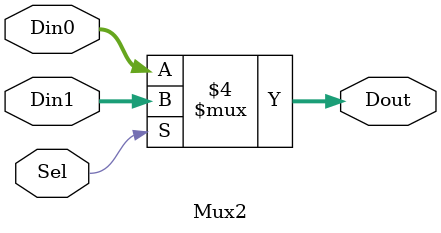
<source format=sv>
module Mux2(input logic 		Sel,			// 2 to 1 mux
				input logic [15:0]Din0, Din1,
				output logic[15:0]Dout);
				
always_comb
begin
	if(Sel == 1'b0)
		Dout = Din0;
	else
		Dout = Din1;
end

endmodule

</source>
